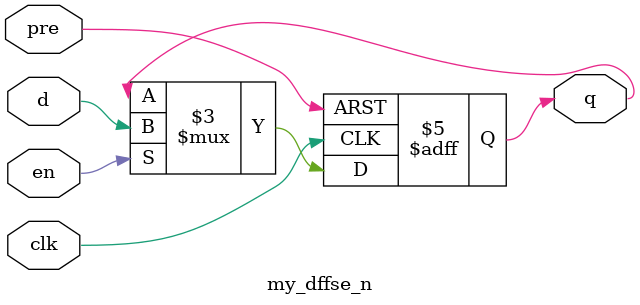
<source format=v>
module my_dffse_n (
    input d,
    clk,
    pre,
    en,
    output reg q
);
  always @(posedge clk or negedge pre)
    if (!pre) q <= 1'b1;
    else if (en) q <= d;
endmodule
</source>
